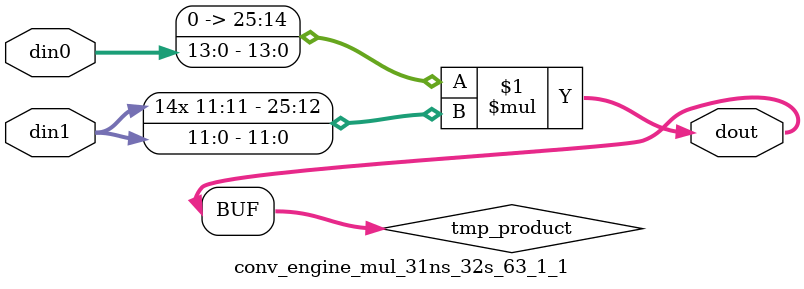
<source format=v>

`timescale 1 ns / 1 ps

 module conv_engine_mul_31ns_32s_63_1_1(din0, din1, dout);
parameter ID = 1;
parameter NUM_STAGE = 0;
parameter din0_WIDTH = 14;
parameter din1_WIDTH = 12;
parameter dout_WIDTH = 26;

input [din0_WIDTH - 1 : 0] din0; 
input [din1_WIDTH - 1 : 0] din1; 
output [dout_WIDTH - 1 : 0] dout;

wire signed [dout_WIDTH - 1 : 0] tmp_product;

























assign tmp_product = $signed({1'b0, din0}) * $signed(din1);










assign dout = tmp_product;





















endmodule

</source>
